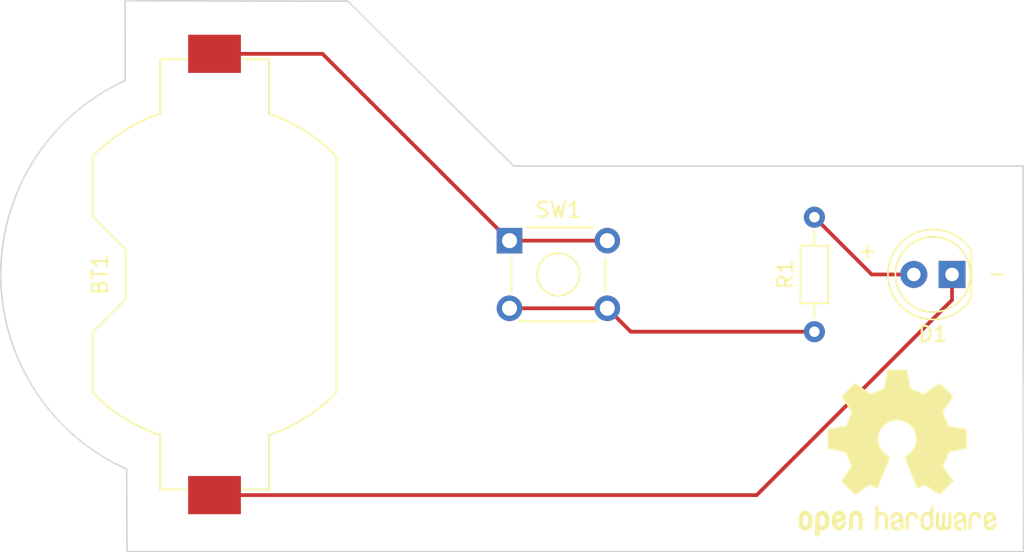
<source format=kicad_pcb>
(kicad_pcb (version 20211014) (generator pcbnew)
  (layers (0 "F.Cu" signal) (31 "B.Cu" signal) (34 "B.Paste" user) (35 "F.Paste" user) (36 "B.SilkS" user "B.Silkscreen") (37 "F.SilkS" user "F.Silkscreen") (38 "B.Mask" user) (39 "F.Mask" user) (44 "Edge.Cuts" user))
  (net 0 "")
  (net 1 "/bat+")
  (net 2 "/LED_cathode")
  (net 3 "/anode")
  (net 4 "Net-(R1-Pad1)")
  (footprint "Button_Switch_THT:SW_TH_Tactile_Omron_B3F-10xx" (layer "F.Cu") (at 143.562 96.048)
    (fp_text reference "SW1" (at 3.25 -2.05) (layer "F.SilkS"))
    (fp_text value "SW_DPST_x2")
    (fp_line (start 1.2 -0.87) (end 5.6 -0.87) (layer "F.SilkS") (width 0.12))
    (fp_line (start 0.6 5.37) (end 5.8 5.37) (layer "F.SilkS") (width 0.12))
    (fp_line (start 6.37 1.2) (end 6.37 3.4) (layer "F.SilkS") (width 0.12))
    (fp_line (start 0.13 3.4) (end 0.13 1.2) (layer "F.SilkS") (width 0.12))
    (fp_circle (center 3.25 2.25) (end 4.25 3.25) (layer "F.SilkS") (width 0.12) (fill none))
    (pad "1" thru_hole rect (at 0 0) (size 1.7 1.7) (drill 1) (layers *.Cu *.Mask) (net 1 "/bat+"))
    (pad "1" thru_hole circle (at 6.5 0) (size 1.7 1.7) (drill 1) (layers *.Cu *.Mask) (net 1 "/bat+"))
    (pad "2" thru_hole circle (at 6.5 4.5) (size 1.7 1.7) (drill 1) (layers *.Cu *.Mask) (net 4 "Net-(R1-Pad1)"))
    (pad "2" thru_hole circle (at 0 4.5) (size 1.7 1.7) (drill 1) (layers *.Cu *.Mask) (net 4 "Net-(R1-Pad1)"))
  )
  (footprint "Symbol:OSHW-Logo2_14.6x12mm_SilkScreen" (layer "F.Cu") (at 169.3418 110.1852)
    (fp_text reference "REF**" hide)
    (fp_text value "OSHW-Logo2_14.6x12mm_SilkScreen" hide)
    (fp_poly (pts (xy -2.582571 3.877719) (xy -2.488877 3.931914) (xy -2.423736 3.985707) (xy -2.376093 4.042066) (xy -2.343272 4.110987) (xy -2.322594 4.202468) (xy -2.31138 4.326506) (xy -2.306951 4.493098) (xy -2.306437 4.612851) (xy -2.306437 5.053659) (xy -2.430517 5.109283) (xy -2.554598 5.164907) (xy -2.569195 4.682095) (xy -2.575227 4.501779) (xy -2.581555 4.370901) (xy -2.589394 4.280511) (xy -2.599963 4.221664) (xy -2.614477 4.185413) (xy -2.634152 4.16281) (xy -2.640465 4.157917) (xy -2.736112 4.119706) (xy -2.832793 4.134827) (xy -2.890345 4.174943) (xy -2.913755 4.20337) (xy -2.929961 4.240672) (xy -2.940259 4.297223) (xy -2.945951 4.383394) (xy -2.948336 4.509558) (xy -2.948736 4.641042) (xy -2.948814 4.805999) (xy -2.951639 4.922761) (xy -2.961093 5.00151) (xy -2.98106 5.052431) (xy -3.015424 5.085706) (xy -3.068068 5.11152) (xy -3.138383 5.138344) (xy -3.21518 5.167542) (xy -3.206038 4.649346) (xy -3.202357 4.462539) (xy -3.19805 4.32449) (xy -3.191877 4.225568) (xy -3.182598 4.156145) (xy -3.168973 4.10659) (xy -3.149761 4.067273) (xy -3.126598 4.032584) (xy -3.014848 3.92177) (xy -2.878487 3.857689) (xy -2.730175 3.842339) (xy -2.582571 3.877719)) (layer "F.SilkS") (width 0.01) (fill solid))
    (fp_poly (pts (xy -5.951779 3.866015) (xy -5.814939 3.937968) (xy -5.713949 4.053766) (xy -5.678075 4.128213) (xy -5.650161 4.239992) (xy -5.635871 4.381227) (xy -5.634516 4.535371) (xy -5.645405 4.685879) (xy -5.667847 4.816205) (xy -5.70115 4.909803) (xy -5.711385 4.925922) (xy -5.832618 5.046249) (xy -5.976613 5.118317) (xy -6.132861 5.139408) (xy -6.290852 5.106802) (xy -6.33482 5.087253) (xy -6.420444 5.027012) (xy -6.495592 4.947135) (xy -6.502694 4.937004) (xy -6.531561 4.888181) (xy -6.550643 4.83599) (xy -6.561916 4.767285) (xy -6.567355 4.668918) (xy -6.568938 4.527744) (xy -6.568965 4.496092) (xy -6.568893 4.486019) (xy -6.277011 4.486019) (xy -6.275313 4.619256) (xy -6.268628 4.707674) (xy -6.254575 4.764785) (xy -6.230771 4.804102) (xy -6.218621 4.817241) (xy -6.148764 4.867172) (xy -6.080941 4.864895) (xy -6.012365 4.821584) (xy -5.971465 4.775346) (xy -5.947242 4.707857) (xy -5.933639 4.601433) (xy -5.932706 4.58902) (xy -5.930384 4.396147) (xy -5.95465 4.2529) (xy -6.005176 4.16016) (xy -6.081632 4.118807) (xy -6.108924 4.116552) (xy -6.180589 4.127893) (xy -6.22961 4.167184) (xy -6.259582 4.242326) (xy -6.274101 4.361222) (xy -6.277011 4.486019) (xy -6.568893 4.486019) (xy -6.567878 4.345659) (xy -6.563312 4.240549) (xy -6.553312 4.167714) (xy -6.535921 4.114108) (xy -6.509184 4.066681) (xy -6.503276 4.057864) (xy -6.403968 3.939007) (xy -6.295758 3.870008) (xy -6.164019 3.842619) (xy -6.119283 3.841281) (xy -5.951779 3.866015)) (layer "F.SilkS") (width 0.01) (fill solid))
    (fp_poly (pts (xy 2.393914 4.154455) (xy 2.393543 4.372661) (xy 2.392108 4.540519) (xy 2.389002 4.66607) (xy 2.383622 4.757355) (xy 2.375362 4.822415) (xy 2.363616 4.869291) (xy 2.347781 4.906024) (xy 2.33579 4.926991) (xy 2.23649 5.040694) (xy 2.110588 5.111965) (xy 1.971291 5.137538) (xy 1.831805 5.11415) (xy 1.748743 5.072119) (xy 1.661545 4.999411) (xy 1.602117 4.910612) (xy 1.566261 4.79432) (xy 1.549781 4.639135) (xy 1.547447 4.525287) (xy 1.547761 4.517106) (xy 1.751724 4.517106) (xy 1.75297 4.647657) (xy 1.758678 4.73408) (xy 1.771804 4.790618) (xy 1.795306 4.831514) (xy 1.823386 4.862362) (xy 1.917688 4.921905) (xy 2.01894 4.926992) (xy 2.114636 4.877279) (xy 2.122084 4.870543) (xy 2.153874 4.835502) (xy 2.173808 4.793811) (xy 2.1846 4.731762) (xy 2.188965 4.635644) (xy 2.189655 4.529379) (xy 2.188159 4.39588) (xy 2.181964 4.306822) (xy 2.168514 4.248293) (xy 2.145251 4.206382) (xy 2.126175 4.184123) (xy 2.037563 4.127985) (xy 1.935508 4.121235) (xy 1.838095 4.164114) (xy 1.819296 4.180032) (xy 1.787293 4.215382) (xy 1.767318 4.257502) (xy 1.756593 4.320251) (xy 1.752339 4.417487) (xy 1.751724 4.517106) (xy 1.547761 4.517106) (xy 1.554504 4.341947) (xy 1.578472 4.204195) (xy 1.623548 4.100632) (xy 1.693928 4.019856) (xy 1.748743 3.978455) (xy 1.848376 3.933728) (xy 1.963855 3.912967) (xy 2.071199 3.918525) (xy 2.131264 3.940943) (xy 2.154835 3.947323) (xy 2.170477 3.923535) (xy 2.181395 3.859788) (xy 2.189655 3.762687) (xy 2.198699 3.654541) (xy 2.211261 3.589475) (xy 2.234119 3.552268) (xy 2.274051 3.527699) (xy 2.299138 3.516819) (xy 2.394023 3.477072) (xy 2.393914 4.154455)) (layer "F.SilkS") (width 0.01) (fill solid))
    (fp_poly (pts (xy 6.343439 3.95654) (xy 6.45895 4.032034) (xy 6.514664 4.099617) (xy 6.558804 4.222255) (xy 6.562309 4.319298) (xy 6.554368 4.449056) (xy 6.255115 4.580039) (xy 6.109611 4.646958) (xy 6.014537 4.70079) (xy 5.965101 4.747416) (xy 5.956511 4.79272) (xy 5.983972 4.842582) (xy 6.014253 4.875632) (xy 6.102363 4.928633) (xy 6.198196 4.932347) (xy 6.286212 4.891041) (xy 6.350869 4.808983) (xy 6.362433 4.780008) (xy 6.417825 4.689509) (xy 6.481553 4.65094) (xy 6.568966 4.617946) (xy 6.568966 4.743034) (xy 6.561238 4.828156) (xy 6.530966 4.899938) (xy 6.467518 4.982356) (xy 6.458088 4.993066) (xy 6.387513 5.066391) (xy 6.326847 5.105742) (xy 6.25095 5.123845) (xy 6.18803 5.129774) (xy 6.075487 5.131251) (xy 5.99537 5.112535) (xy 5.94539 5.084747) (xy 5.866838 5.023641) (xy 5.812463 4.957554) (xy 5.778052 4.874441) (xy 5.759388 4.762254) (xy 5.752256 4.608946) (xy 5.751687 4.531136) (xy 5.753622 4.437853) (xy 5.929899 4.437853) (xy 5.931944 4.487896) (xy 5.937039 4.496092) (xy 5.970666 4.484958) (xy 6.04303 4.455493) (xy 6.139747 4.413601) (xy 6.159973 4.404597) (xy 6.282203 4.342442) (xy 6.349547 4.287815) (xy 6.364348 4.236649) (xy 6.328947 4.184876) (xy 6.299711 4.162) (xy 6.194216 4.11625) (xy 6.095476 4.123808) (xy 6.012812 4.179651) (xy 5.955548 4.278753) (xy 5.937188 4.357414) (xy 5.929899 4.437853) (xy 5.753622 4.437853) (xy 5.755459 4.349351) (xy 5.769359 4.214853) (xy 5.796894 4.116916) (xy 5.841572 4.044811) (xy 5.906901 3.987813) (xy 5.935383 3.969393) (xy 6.064763 3.921422) (xy 6.206412 3.918403) (xy 6.343439 3.95654)) (layer "F.SilkS") (width 0.01) (fill solid))
    (fp_poly (pts (xy 4.314406 3.935156) (xy 4.398469 3.973393) (xy 4.46445 4.019726) (xy 4.512794 4.071532) (xy 4.546172 4.138363) (xy 4.567253 4.229769) (xy 4.578707 4.355301) (xy 4.583203 4.524508) (xy 4.583678 4.635933) (xy 4.583678 5.070627) (xy 4.509316 5.104509) (xy 4.450746 5.129272) (xy 4.42173 5.138391) (xy 4.416179 5.111257) (xy 4.411775 5.038094) (xy 4.409078 4.931263) (xy 4.408506 4.846437) (xy 4.406046 4.723887) (xy 4.399412 4.626668) (xy 4.389726 4.567134) (xy 4.382032 4.554483) (xy 4.330311 4.567402) (xy 4.249117 4.600539) (xy 4.155102 4.645461) (xy 4.064917 4.693735) (xy 3.995215 4.736928) (xy 3.962648 4.766608) (xy 3.962519 4.766929) (xy 3.96532 4.821857) (xy 3.990439 4.874292) (xy 4.034541 4.916881) (xy 4.098909 4.931126) (xy 4.153921 4.929466) (xy 4.231835 4.928245) (xy 4.272732 4.946498) (xy 4.297295 4.994726) (xy 4.300392 5.00382) (xy 4.31104 5.072598) (xy 4.282565 5.11436) (xy 4.208344 5.134263) (xy 4.128168 5.137944) (xy 3.98389 5.110658) (xy 3.909203 5.07169) (xy 3.816963 4.980148) (xy 3.768043 4.867782) (xy 3.763654 4.749051) (xy 3.805001 4.638411) (xy 3.867197 4.56908) (xy 3.929294 4.530265) (xy 4.026895 4.481125) (xy 4.140632 4.431292) (xy 4.15959 4.423677) (xy 4.284521 4.368545) (xy 4.356539 4.319954) (xy 4.3797 4.271647) (xy 4.358064 4.21737) (xy 4.32092 4.174943) (xy 4.233127 4.122702) (xy 4.13653 4.118784) (xy 4.047944 4.159041) (xy 3.984186 4.239326) (xy 3.975817 4.26004) (xy 3.927096 4.336225) (xy 3.855965 4.392785) (xy 3.766207 4.439201) (xy 3.766207 4.307584) (xy 3.77149 4.227168) (xy 3.794142 4.163786) (xy 3.844367 4.096163) (xy 3.892582 4.044076) (xy 3.967554 3.970322) (xy 4.025806 3.930702) (xy 4.088372 3.91481) (xy 4.159193 3.912184) (xy 4.314406 3.935156)) (layer "F.SilkS") (width 0.01) (fill solid))
    (fp_poly (pts (xy 0.079944 3.92436) (xy 0.194343 3.966842) (xy 0.195652 3.967658) (xy 0.266403 4.01973) (xy 0.318636 4.080584) (xy 0.355371 4.159887) (xy 0.379634 4.267309) (xy 0.394445 4.412517) (xy 0.402829 4.605179) (xy 0.403564 4.632628) (xy 0.41412 5.046521) (xy 0.325291 5.092456) (xy 0.261018 5.123498) (xy 0.22221 5.138206) (xy 0.220415 5.138391) (xy 0.2137 5.11125) (xy 0.208365 5.038041) (xy 0.205083 4.931081) (xy 0.204368 4.844469) (xy 0.204351 4.704162) (xy 0.197937 4.616051) (xy 0.17558 4.574025) (xy 0.127732 4.571975) (xy 0.044849 4.60379) (xy -0.080287 4.662272) (xy -0.172303 4.710845) (xy -0.219629 4.752986) (xy -0.233542 4.798916) (xy -0.233563 4.801189) (xy -0.210605 4.880311) (xy -0.14263 4.923055) (xy -0.038602 4.929246) (xy 0.03633 4.928172) (xy 0.075839 4.949753) (xy 0.100478 5.001591) (xy 0.114659 5.067632) (xy 0.094223 5.105104) (xy 0.086528 5.110467) (xy 0.014083 5.132006) (xy -0.087367 5.135055) (xy -0.191843 5.120778) (xy -0.265875 5.094688) (xy -0.368228 5.007785) (xy -0.426409 4.886816) (xy -0.437931 4.792308) (xy -0.429138 4.707062) (xy -0.39732 4.637476) (xy -0.334316 4.575672) (xy -0.231969 4.513772) (xy -0.082118 4.443897) (xy -0.072988 4.439948) (xy 0.061997 4.377588) (xy 0.145294 4.326446) (xy 0.180997 4.280488) (xy 0.173203 4.233683) (xy 0.126007 4.179998) (xy 0.111894 4.167644) (xy 0.017359 4.119741) (xy -0.080594 4.121758) (xy -0.165903 4.168724) (xy -0.222504 4.255669) (xy -0.227763 4.272734) (xy -0.278977 4.355504) (xy -0.343963 4.395372) (xy -0.437931 4.434882) (xy -0.437931 4.332658) (xy -0.409347 4.184072) (xy -0.324505 4.047784) (xy -0.280355 4.002191) (xy -0.179995 3.943674) (xy -0.052365 3.917184) (xy 0.079944 3.92436)) (layer "F.SilkS") (width 0.01) (fill solid))
    (fp_poly (pts (xy 5.33569 3.940018) (xy 5.370585 3.955269) (xy 5.453877 4.021235) (xy 5.525103 4.116618) (xy 5.569153 4.218406) (xy 5.576322 4.268587) (xy 5.552285 4.338647) (xy 5.499561 4.375717) (xy 5.443031 4.398164) (xy 5.417146 4.4023) (xy 5.404542 4.372283) (xy 5.379654 4.306961) (xy 5.368735 4.277445) (xy 5.307508 4.175348) (xy 5.218861 4.124423) (xy 5.105193 4.125989) (xy 5.096774 4.127994) (xy 5.036088 4.156767) (xy 4.991474 4.212859) (xy 4.961002 4.303163) (xy 4.942744 4.434571) (xy 4.934771 4.613974) (xy 4.934023 4.709433) (xy 4.933652 4.859913) (xy 4.931223 4.962495) (xy 4.92476 5.027672) (xy 4.912288 5.065938) (xy 4.891833 5.087785) (xy 4.861419 5.103707) (xy 4.859661 5.104509) (xy 4.801091 5.129272) (xy 4.772075 5.138391) (xy 4.767616 5.110822) (xy 4.763799 5.03462) (xy 4.760899 4.919541) (xy 4.759191 4.775341) (xy 4.758851 4.669814) (xy 4.760588 4.465613) (xy 4.767382 4.310697) (xy 4.781607 4.196024) (xy 4.805638 4.112551) (xy 4.841848 4.051236) (xy 4.892612 4.003034) (xy 4.942739 3.969393) (xy 5.063275 3.924619) (xy 5.203557 3.914521) (xy 5.33569 3.940018)) (layer "F.SilkS") (width 0.01) (fill solid))
    (fp_poly (pts (xy 3.580124 3.93984) (xy 3.584579 4.016653) (xy 3.588071 4.133391) (xy 3.590315 4.280821) (xy 3.591035 4.435455) (xy 3.591035 4.958727) (xy 3.498645 5.051117) (xy 3.434978 5.108047) (xy 3.379089 5.131107) (xy 3.302702 5.129647) (xy 3.27238 5.125934) (xy 3.17761 5.115126) (xy 3.099222 5.108933) (xy 3.080115 5.108361) (xy 3.015699 5.112102) (xy 2.923571 5.121494) (xy 2.88785 5.125934) (xy 2.800114 5.132801) (xy 2.741153 5.117885) (xy 2.68269 5.071835) (xy 2.661585 5.051117) (xy 2.569195 4.958727) (xy 2.569195 3.979947) (xy 2.643558 3.946066) (xy 2.70759 3.92097) (xy 2.745052 3.912184) (xy 2.754657 3.93995) (xy 2.763635 4.01753) (xy 2.771386 4.136348) (xy 2.777314 4.287828) (xy 2.780173 4.415805) (xy 2.788161 4.919425) (xy 2.857848 4.929278) (xy 2.921229 4.922389) (xy 2.952286 4.900083) (xy 2.960967 4.858379) (xy 2.968378 4.769544) (xy 2.973931 4.644834) (xy 2.977036 4.495507) (xy 2.977484 4.418661) (xy 2.977931 3.976287) (xy 3.069874 3.944235) (xy 3.134949 3.922443) (xy 3.170347 3.912281) (xy 3.171368 3.912184) (xy 3.17492 3.939809) (xy 3.178823 4.016411) (xy 3.182751 4.132579) (xy 3.186376 4.278904) (xy 3.188908 4.415805) (xy 3.196897 4.919425) (xy 3.372069 4.919425) (xy 3.380107 4.459965) (xy 3.388146 4.000505) (xy 3.473543 3.956344) (xy 3.536593 3.926019) (xy 3.57391 3.912258) (xy 3.574987 3.912184) (xy 3.580124 3.93984)) (layer "F.SilkS") (width 0.01) (fill solid))
    (fp_poly (pts (xy -3.684448 3.884676) (xy -3.569342 3.962111) (xy -3.480389 4.073949) (xy -3.427251 4.216265) (xy -3.416503 4.321015) (xy -3.417724 4.364726) (xy -3.427944 4.398194) (xy -3.456039 4.428179) (xy -3.510884 4.46144) (xy -3.601355 4.504738) (xy -3.736328 4.564833) (xy -3.737011 4.565134) (xy -3.861249 4.622037) (xy -3.963127 4.672565) (xy -4.032233 4.71128) (xy -4.058154 4.73274) (xy -4.058161 4.732913) (xy -4.035315 4.779644) (xy -3.981891 4.831154) (xy -3.920558 4.868261) (xy -3.889485 4.875632) (xy -3.804711 4.850138) (xy -3.731707 4.786291) (xy -3.696087 4.716094) (xy -3.66182 4.664343) (xy -3.594697 4.605409) (xy -3.515792 4.554496) (xy -3.446179 4.526809) (xy -3.431623 4.525287) (xy -3.415237 4.550321) (xy -3.41425 4.614311) (xy -3.426292 4.700593) (xy -3.448993 4.792501) (xy -3.479986 4.873369) (xy -3.481552 4.876509) (xy -3.574819 5.006734) (xy -3.695696 5.095311) (xy -3.832973 5.138786) (xy -3.97544 5.133706) (xy -4.111888 5.076616) (xy -4.117955 5.072602) (xy -4.22529 4.975326) (xy -4.295868 4.848409) (xy -4.334926 4.681526) (xy -4.340168 4.634639) (xy -4.349452 4.413329) (xy -4.338322 4.310124) (xy -4.058161 4.310124) (xy -4.054521 4.374503) (xy -4.034611 4.393291) (xy -3.984974 4.379235) (xy -3.906733 4.346009) (xy -3.819274 4.304359) (xy -3.817101 4.303256) (xy -3.74297 4.264265) (xy -3.713219 4.238244) (xy -3.720555 4.210965) (xy -3.751447 4.175121) (xy -3.83004 4.123251) (xy -3.914677 4.119439) (xy -3.990597 4.157189) (xy -4.043035 4.230001) (xy -4.058161 4.310124) (xy -4.338322 4.310124) (xy -4.330356 4.236261) (xy -4.281366 4.095829) (xy -4.213164 3.997447) (xy -4.090065 3.89803) (xy -3.954472 3.848711) (xy -3.816045 3.845568) (xy -3.684448 3.884676)) (layer "F.SilkS") (width 0.01) (fill solid))
    (fp_poly (pts (xy -1.255402 3.723857) (xy -1.246846 3.843188) (xy -1.237019 3.913506) (xy -1.223401 3.944179) (xy -1.203473 3.944571) (xy -1.197011 3.94091) (xy -1.11106 3.914398) (xy -0.999255 3.915946) (xy -0.885586 3.943199) (xy -0.81449 3.978455) (xy -0.741595 4.034778) (xy -0.688307 4.098519) (xy -0.651725 4.17951) (xy -0.62895 4.287586) (xy -0.617081 4.43258) (xy -0.613218 4.624326) (xy -0.613149 4.661109) (xy -0.613103 5.074288) (xy -0.705046 5.106339) (xy -0.770348 5.128144) (xy -0.806176 5.138297) (xy -0.80723 5.138391) (xy -0.810758 5.11086) (xy -0.813761 5.034923) (xy -0.81601 4.920565) (xy -0.817276 4.777769) (xy -0.817471 4.690951) (xy -0.817877 4.519773) (xy -0.819968 4.397088) (xy -0.825053 4.313) (xy -0.83444 4.257614) (xy -0.849439 4.221032) (xy -0.871358 4.193359) (xy -0.885043 4.180032) (xy -0.979051 4.126328) (xy -1.081636 4.122307) (xy -1.17471 4.167725) (xy -1.191922 4.184123) (xy -1.217168 4.214957) (xy -1.23468 4.251531) (xy -1.245858 4.304415) (xy -1.252104 4.384177) (xy -1.254818 4.501385) (xy -1.255402 4.662991) (xy -1.255402 5.074288) (xy -1.347345 5.106339) (xy -1.412647 5.128144) (xy -1.448475 5.138297) (xy -1.449529 5.138391) (xy -1.452225 5.110448) (xy -1.454655 5.03163) (xy -1.456722 4.909453) (xy -1.458329 4.751432) (xy -1.459377 4.565083) (xy -1.459769 4.35792) (xy -1.45977 4.348706) (xy -1.45977 3.55902) (xy -1.364885 3.518997) (xy -1.27 3.478973) (xy -1.255402 3.723857)) (layer "F.SilkS") (width 0.01) (fill solid))
    (fp_poly (pts (xy 1.065943 3.92192) (xy 1.198565 3.970859) (xy 1.30601 4.057419) (xy 1.348032 4.118352) (xy 1.393843 4.230161) (xy 1.392891 4.311006) (xy 1.344808 4.365378) (xy 1.327017 4.374624) (xy 1.250204 4.40345) (xy 1.210976 4.396065) (xy 1.197689 4.347658) (xy 1.197012 4.32092) (xy 1.172686 4.222548) (xy 1.109281 4.153734) (xy 1.021154 4.120498) (xy 0.922663 4.128861) (xy 0.842602 4.172296) (xy 0.815561 4.197072) (xy 0.796394 4.227129) (xy 0.783446 4.272565) (xy 0.775064 4.343476) (xy 0.769593 4.44996) (xy 0.765378 4.602112) (xy 0.764287 4.650287) (xy 0.760307 4.815095) (xy 0.755781 4.931088) (xy 0.748995 5.007833) (xy 0.738231 5.054893) (xy 0.721773 5.081835) (xy 0.697906 5.098223) (xy 0.682626 5.105463) (xy 0.617733 5.13022) (xy 0.579534 5.138391) (xy 0.566912 5.111103) (xy 0.559208 5.028603) (xy 0.55638 4.889941) (xy 0.558386 4.694162) (xy 0.559011 4.663965) (xy 0.563421 4.485349) (xy 0.568635 4.354923) (xy 0.576055 4.262492) (xy 0.587082 4.197858) (xy 0.603117 4.150825) (xy 0.625561 4.111196) (xy 0.637302 4.094215) (xy 0.704619 4.01908) (xy 0.77991 3.960638) (xy 0.789128 3.955536) (xy 0.924133 3.91526) (xy 1.065943 3.92192)) (layer "F.SilkS") (width 0.01) (fill solid))
    (fp_poly (pts (xy 0.209014 -5.547002) (xy 0.367006 -5.546137) (xy 0.481347 -5.543795) (xy 0.559407 -5.539238) (xy 0.608554 -5.53173) (xy 0.636159 -5.520534) (xy 0.649592 -5.504912) (xy 0.656221 -5.484127) (xy 0.656865 -5.481437) (xy 0.666935 -5.432887) (xy 0.685575 -5.337095) (xy 0.710845 -5.204257) (xy 0.740807 -5.044569) (xy 0.773522 -4.868226) (xy 0.774664 -4.862033) (xy 0.807433 -4.689218) (xy 0.838093 -4.536531) (xy 0.864664 -4.413129) (xy 0.885167 -4.328169) (xy 0.897626 -4.29081) (xy 0.89822 -4.290148) (xy 0.934919 -4.271905) (xy 1.010586 -4.241503) (xy 1.108878 -4.205507) (xy 1.109425 -4.205315) (xy 1.233233 -4.158778) (xy 1.379196 -4.099496) (xy 1.516781 -4.039891) (xy 1.523293 -4.036944) (xy 1.74739 -3.935235) (xy 2.243619 -4.274103) (xy 2.395846 -4.377408) (xy 2.533741 -4.469763) (xy 2.649315 -4.545916) (xy 2.734579 -4.600615) (xy 2.781544 -4.628607) (xy 2.786004 -4.630683) (xy 2.820134 -4.62144) (xy 2.883881 -4.576844) (xy 2.979731 -4.494791) (xy 3.110169 -4.373179) (xy 3.243328 -4.243795) (xy 3.371694 -4.116298) (xy 3.486581 -3.999954) (xy 3.581073 -3.901948) (xy 3.648253 -3.829464) (xy 3.681206 -3.789687) (xy 3.682432 -3.787639) (xy 3.686074 -3.760344) (xy 3.67235 -3.715766) (xy 3.637869 -3.647888) (xy 3.579239 -3.550689) (xy 3.49307 -3.418149) (xy 3.3782 -3.247524) (xy 3.276254 -3.097345) (xy 3.185123 -2.96265) (xy 3.110073 -2.85126) (xy 3.056369 -2.770995) (xy 3.02928 -2.729675) (xy 3.027574 -2.72687) (xy 3.030882 -2.687279) (xy 3.055953 -2.610331) (xy 3.097798 -2.510568) (xy 3.112712 -2.478709) (xy 3.177786 -2.336774) (xy 3.247212 -2.175727) (xy 3.303609 -2.036379) (xy 3.344247 -1.932956) (xy 3.376526 -1.854358) (xy 3.395178 -1.81328) (xy 3.397497 -1.810115) (xy 3.431803 -1.804872) (xy 3.512669 -1.790506) (xy 3.629343 -1.769063) (xy 3.771075 -1.742587) (xy 3.92711 -1.713123) (xy 4.086698 -1.682717) (xy 4.239085 -1.653412) (xy 4.373521 -1.627255) (xy 4.479252 -1.60629) (xy 4.545526 -1.592561) (xy 4.561782 -1.58868) (xy 4.578573 -1.5791) (xy 4.591249 -1.557464) (xy 4.600378 -1.516469) (xy 4.606531 -1.448811) (xy 4.61028 -1.347188) (xy 4.612192 -1.204297) (xy 4.61284 -1.012835) (xy 4.612874 -0.934355) (xy 4.612874 -0.296094) (xy 4.459598 -0.26584) (xy 4.374322 -0.249436) (xy 4.24707 -0.225491) (xy 4.093315 -0.196893) (xy 3.928534 -0.166533) (xy 3.882989 -0.158194) (xy 3.730932 -0.12863) (xy 3.598468 -0.099558) (xy 3.496714 -0.073671) (xy 3.436788 -0.053663) (xy 3.426805 -0.047699) (xy 3.402293 -0.005466) (xy 3.367148 0.07637) (xy 3.328173 0.181683) (xy 3.320442 0.204368) (xy 3.26936 0.345018) (xy 3.205954 0.503714) (xy 3.143904 0.646225) (xy 3.143598 0.646886) (xy 3.040267 0.87044) (xy 3.719961 1.870232) (xy 3.283621 2.3073) (xy 3.151649 2.437381) (xy 3.031279 2.552048) (xy 2.929273 2.645181) (xy 2.852391 2.710658) (xy 2.807393 2.742357) (xy 2.800938 2.744368) (xy 2.76304 2.728529) (xy 2.685708 2.684496) (xy 2.577389 2.61749) (xy 2.446532 2.532734) (xy 2.305052 2.437816) (xy 2.161461 2.340998) (xy 2.033435 2.256751) (xy 1.929105 2.190258) (xy 1.8566 2.146702) (xy 1.824158 2.131264) (xy 1.784576 2.144328) (xy 1.709519 2.17875) (xy 1.614468 2.22738) (xy 1.604392 2.232785) (xy 1.476391 2.29698) (xy 1.388618 2.328463) (xy 1.334028 2.328798) (xy 1.305575 2.299548) (xy 1.30541 2.299138) (xy 1.291188 2.264498) (xy 1.257269 2.182269) (xy 1.206284 2.058814) (xy 1.140862 1.900498) (xy 1.063634 1.713686) (xy 0.977229 1.504742) (xy 0.893551 1.302446) (xy 0.801588 1.0792) (xy 0.71715 0.872392) (xy 0.642769 0.688362) (xy 0.580974 0.533451) (xy 0.534297 0.413996) (xy 0.505268 0.336339) (xy 0.496322 0.307356) (xy 0.518756 0.27411) (xy 0.577439 0.221123) (xy 0.655689 0.162704) (xy 0.878534 -0.022048) (xy 1.052718 -0.233818) (xy 1.176154 -0.468144) (xy 1.246754 -0.720566) (xy 1.262431 -0.986623) (xy 1.251036 -1.109425) (xy 1.18895 -1.364207) (xy 1.082023 -1.589199) (xy 0.936889 -1.782183) (xy 0.760178 -1.940939) (xy 0.558522 -2.06325) (xy 0.338554 -2.146895) (xy 0.106906 -2.189656) (xy -0.129791 -2.189313) (xy -0.364905 -2.143648) (xy -0.591804 -2.050441) (xy -0.803856 -1.907473) (xy -0.892364 -1.826617) (xy -1.062111 -1.618993) (xy -1.180301 -1.392105) (xy -1.247722 -1.152567) (xy -1.26516 -0.906993) (xy -1.233402 -0.661997) (xy -1.153235 -0.424192) (xy -1.025445 -0.200193) (xy -0.85082 0.003387) (xy -0.655688 0.162704) (xy -0.574409 0.223602) (xy -0.516991 0.276015) (xy -0.496322 0.307406) (xy -0.507144 0.341639) (xy -0.537923 0.423419) (xy -0.586126 0.546407) (xy -0.649222 0.704263) (xy -0.724678 0.890649) (xy -0.809962 1.099226) (xy -0.893781 1.302496) (xy -0.986255 1.525933) (xy -1.071911 1.732984) (xy -1.148118 1.917286) (xy -1.212247 2.072475) (xy -1.261668 2.192188) (xy -1.293752 2.270061) (xy -1.305641 2.299138) (xy -1.333726 2.328677) (xy -1.388051 2.328591) (xy -1.475605 2.297326) (xy -1.603381 2.233329) (xy -1.604392 2.232785) (xy -1.700598 2.183121) (xy -1.778369 2.146945) (xy -1.822223 2.131408) (xy -1.824158 2.131264) (xy -1.857171 2.147024) (xy -1.930054 2.19085) (xy -2.034678 2.257557) (xy -2.16291 2.341964) (xy -2.305052 2.437816) (xy -2.449767 2.534867) (xy -2.580196 2.61927) (xy -2.68789 2.685801) (xy -2.764402 2.729238) (xy -2.800938 2.744368) (xy -2.834582 2.724482) (xy -2.902224 2.668903) (xy -2.997107 2.583754) (xy -3.11247 2.475153) (xy -3.241555 2.349221) (xy -3.283771 2.307149) (xy -3.720261 1.869931) (xy -3.388023 1.38234) (xy -3.287054 1.232605) (xy -3.198438 1.09822) (xy -3.127146 0.986969) (xy -3.07815 0.906639) (xy -3.056422 0.865014) (xy -3.055785 0.862053) (xy -3.06724 0.822818) (xy -3.098051 0.743895) (xy -3.142884 0.638509) (xy -3.174353 0.567954) (xy -3.233192 0.432876) (xy -3.288604 0.296409) (xy -3.331564 0.181103) (xy -3.343234 0.145977) (xy -3.376389 0.052174) (xy -3.408799 -0.020306) (xy -3.426601 -0.047699) (xy -3.465886 -0.064464) (xy -3.551626 -0.08823) (xy -3.672697 -0.116303) (xy -3.817973 -0.145991) (xy -3.882988 -0.158194) (xy -4.048087 -0.188532) (xy -4.206448 -0.217907) (xy -4.342596 -0.243431) (xy -4.441057 -0.262215) (xy -4.459598 -0.26584) (xy -4.612873 -0.296094) (xy -4.612873 -0.934355) (xy -4.612529 -1.14423) (xy -4.611116 -1.30302) (xy -4.608064 -1.418027) (xy -4.602803 -1.496554) (xy -4.594763 -1.545904) (xy -4.583373 -1.573381) (xy -4.568063 -1.586287) (xy -4.561782 -1.58868) (xy -4.523896 -1.597167) (xy -4.440195 -1.6141) (xy -4.321433 -1.637434) (xy -4.178361 -1.665125) (xy -4.021732 -1.695127) (xy -3.862297 -1.725396) (xy -3.710809 -1.753885) (xy -3.578019 -1.778551) (xy -3.474681 -1.797349) (xy -3.411545 -1.808233) (xy -3.397497 -1.810115) (xy -3.38477 -1.835296) (xy -3.3566 -1.902378) (xy -3.318252 -1.998667) (xy -3.303609 -2.036379) (xy -3.244548 -2.182079) (xy -3.175 -2.343049) (xy -3.112712 -2.478709) (xy -3.066879 -2.582439) (xy -3.036387 -2.667674) (xy -3.026208 -2.719874) (xy -3.027831 -2.72687) (xy -3.049343 -2.759898) (xy -3.098465 -2.833357) (xy -3.169923 -2.939423) (xy -3.258445 -3.070274) (xy -3.358759 -3.218088) (xy -3.378594 -3.247266) (xy -3.494988 -3.420137) (xy -3.580548 -3.551774) (xy -3.638684 -3.648239) (xy -3.672808 -3.715592) (xy -3.686331 -3.759894) (xy -3.682664 -3.787206) (xy -3.68257 -3.78738) (xy -3.653707 -3.823254) (xy -3.589867 -3.892609) (xy -3.497969 -3.988255) (xy -3.384933 -4.103001) (xy -3.257679 -4.229659) (xy -3.243328 -4.243795) (xy -3.082957 -4.399097) (xy -2.959195 -4.51313) (xy -2.869555 -4.587998) (xy -2.811552 -4.625804) (xy -2.786004 -4.630683) (xy -2.748718 -4.609397) (xy -2.671343 -4.560227) (xy -2.561867 -4.488425) (xy -2.42828 -4.399245) (xy -2.27857 -4.297937) (xy -2.243618 -4.274103) (xy -1.74739 -3.935235) (xy -1.523293 -4.036944) (xy -1.387011 -4.096217) (xy -1.240724 -4.15583) (xy -1.114965 -4.20336) (xy -1.109425 -4.205315) (xy -1.011057 -4.241323) (xy -0.935229 -4.271771) (xy -0.898282 -4.290095) (xy -0.89822 -4.290148) (xy -0.886496 -4.323271) (xy -0.866568 -4.404733) (xy -0.840413 -4.525375) (xy -0.81001 -4.676041) (xy -0.777337 -4.847572) (xy -0.774664 -4.862033) (xy -0.74189 -5.038765) (xy -0.711802 -5.19919) (xy -0.686339 -5.333112) (xy -0.667441 -5.430337) (xy -0.657047 -5.480668) (xy -0.656865 -5.481437) (xy -0.650539 -5.502847) (xy -0.638239 -5.519012) (xy -0.612594 -5.530669) (xy -0.566235 -5.538555) (xy -0.491792 -5.543407) (xy -0.381895 -5.545961) (xy -0.229175 -5.546955) (xy -0.026262 -5.547126) (xy 0 -5.547126) (xy 0.209014 -5.547002)) (layer "F.SilkS") (width 0.01) (fill solid))
    (fp_poly (pts (xy -4.8281 3.861903) (xy -4.71655 3.917522) (xy -4.618092 4.019931) (xy -4.590977 4.057864) (xy -4.561438 4.1075) (xy -4.542272 4.161412) (xy -4.531307 4.233364) (xy -4.526371 4.337122) (xy -4.525287 4.474101) (xy -4.530182 4.661815) (xy -4.547196 4.802758) (xy -4.579823 4.907908) (xy -4.631558 4.988243) (xy -4.705896 5.054741) (xy -4.711358 5.058678) (xy -4.78462 5.098953) (xy -4.87284 5.11888) (xy -4.985038 5.123793) (xy -5.167433 5.123793) (xy -5.167509 5.300857) (xy -5.169207 5.39947) (xy -5.17955 5.457314) (xy -5.206578 5.492006) (xy -5.258332 5.521164) (xy -5.270761 5.527121) (xy -5.328923 5.555039) (xy -5.373956 5.572672) (xy -5.407441 5.574194) (xy -5.430962 5.553781) (xy -5.4461 5.505607) (xy -5.454437 5.423846) (xy -5.457556 5.302672) (xy -5.45704 5.13626) (xy -5.454471 4.918785) (xy -5.453668 4.853736) (xy -5.450778 4.629502) (xy -5.448188 4.482821) (xy -5.167586 4.482821) (xy -5.166009 4.607326) (xy -5.159 4.688787) (xy -5.143142 4.742515) (xy -5.115019 4.783823) (xy -5.095925 4.803971) (xy -5.017865 4.862921) (xy -4.948753 4.86772) (xy -4.87744 4.819038) (xy -4.875632 4.817241) (xy -4.846617 4.779618) (xy -4.828967 4.728484) (xy -4.820064 4.649738) (xy -4.817291 4.529276) (xy -4.817241 4.502588) (xy -4.823942 4.336583) (xy -4.845752 4.221505) (xy -4.885235 4.151254) (xy -4.944956 4.119729) (xy -4.979472 4.116552) (xy -5.061389 4.13146) (xy -5.117579 4.180548) (xy -5.151402 4.270362) (xy -5.16622 4.407445) (xy -5.167586 4.482821) (xy -5.448188 4.482821) (xy -5.447713 4.455952) (xy -5.443753 4.325382) (xy -5.438174 4.230087) (xy -5.430254 4.162364) (xy -5.419269 4.114507) (xy -5.404499 4.078813) (xy -5.385218 4.047578) (xy -5.376951 4.035824) (xy -5.267288 3.924797) (xy -5.128635 3.861847) (xy -4.968246 3.844297) (xy -4.8281 3.861903)) (layer "F.SilkS") (width 0.01) (fill solid))
  )
  (footprint "Resistor_THT:R_Axial_DIN0204_L3.6mm_D1.6mm_P7.62mm_Horizontal" (layer "F.Cu") (at 163.83 102.108 90)
    (fp_text reference "R1" (at 3.81 -1.92 90) (layer "F.SilkS"))
    (fp_text value "R")
    (fp_line (start 5.73 -0.92) (end 1.89 -0.92) (layer "F.SilkS") (width 0.12))
    (fp_line (start 0.94 0) (end 1.89 0) (layer "F.SilkS") (width 0.12))
    (fp_line (start 5.73 0.92) (end 5.73 -0.92) (layer "F.SilkS") (width 0.12))
    (fp_line (start 1.89 0.92) (end 5.73 0.92) (layer "F.SilkS") (width 0.12))
    (fp_line (start 6.68 0) (end 5.73 0) (layer "F.SilkS") (width 0.12))
    (fp_line (start 1.89 -0.92) (end 1.89 0.92) (layer "F.SilkS") (width 0.12))
    (pad "1" thru_hole circle (at 0 0 90) (size 1.4 1.4) (drill 0.7) (layers *.Cu *.Mask) (net 4 "Net-(R1-Pad1)"))
    (pad "2" thru_hole oval (at 7.62 0 90) (size 1.4 1.4) (drill 0.7) (layers *.Cu *.Mask) (net 3 "/anode"))
  )
  (footprint "Battery:BatteryHolder_Keystone_1058_1x2032" (layer "F.Cu") (at 123.952 98.298 -90)
    (fp_text reference "BT1" (at 0 7.62 90) (layer "F.SilkS"))
    (fp_text value "Battery_Cell")
    (fp_line (start 7.8473 8.11) (end 3.86 8.11) (layer "F.SilkS") (width 0.12))
    (fp_line (start 14.31 3.61) (end 10.692 3.61) (layer "F.SilkS") (width 0.12))
    (fp_line (start -1.66 5.91) (end -3.86 8.11) (layer "F.SilkS") (width 0.12))
    (fp_line (start 10.692 -3.61) (end 14.31 -3.61) (layer "F.SilkS") (width 0.12))
    (fp_line (start 1.66 5.91) (end 3.86 8.11) (layer "F.SilkS") (width 0.12))
    (fp_line (start 14.31 1.9) (end 14.31 3.61) (layer "F.SilkS") (width 0.12))
    (fp_line (start -3.86 8.11) (end -7.8473 8.11) (layer "F.SilkS") (width 0.12))
    (fp_line (start 1.66 5.91) (end -1.66 5.91) (layer "F.SilkS") (width 0.12))
    (fp_line (start -7.8473 -8.11) (end 7.8473 -8.11) (layer "F.SilkS") (width 0.12))
    (fp_line (start -10.692 3.61) (end -14.31 3.61) (layer "F.SilkS") (width 0.12))
    (fp_line (start -14.31 1.9) (end -14.31 3.61) (layer "F.SilkS") (width 0.12))
    (fp_line (start -14.31 -1.9) (end -14.31 -3.61) (layer "F.SilkS") (width 0.12))
    (fp_line (start -14.31 -3.61) (end -10.692 -3.61) (layer "F.SilkS") (width 0.12))
    (fp_line (start 14.31 -1.9) (end 14.31 -3.61) (layer "F.SilkS") (width 0.12))
    (fp_arc (start -7.845371 8.111789) (mid -9.538085 6.031244) (end -10.692 3.61) (layer "F.SilkS") (width 0.12))
    (fp_arc (start 10.692 3.61) (mid 9.538084 6.031244) (end 7.845371 8.111789) (layer "F.SilkS") (width 0.12))
    (fp_arc (start 7.845371 -8.111789) (mid 9.538085 -6.031244) (end 10.692 -3.61) (layer "F.SilkS") (width 0.12))
    (fp_arc (start -10.692 -3.61) (mid -9.538084 -6.031244) (end -7.845371 -8.111789) (layer "F.SilkS") (width 0.12))
    (pad "1" smd rect (at -14.68 0 270) (size 2.54 3.51) (layers "F.Cu" "F.Paste" "F.Mask") (net 1 "/bat+"))
    (pad "2" smd rect (at 14.68 0 270) (size 2.54 3.51) (layers "F.Cu" "F.Paste" "F.Mask") (net 2 "/LED_cathode"))
  )
  (footprint "LED_THT:LED_D5.0mm" (layer "F.Cu") (at 172.979 98.298 180)
    (fp_text reference "D1" (at 1.27 -3.96) (layer "F.SilkS"))
    (fp_text value "LED")
    (fp_line (start -1.29 -1.545) (end -1.29 1.545) (layer "F.SilkS") (width 0.12))
    (fp_arc (start -1.29 -1.54483) (mid 2.072002 -2.880433) (end 4.26 0.000462) (layer "F.SilkS") (width 0.12))
    (fp_arc (start 4.26 -0.000462) (mid 2.072002 2.880433) (end -1.29 1.54483) (layer "F.SilkS") (width 0.12))
    (fp_circle (center 1.27 0) (end 3.77 0) (layer "F.SilkS") (width 0.12) (fill none))
    (pad "1" thru_hole rect (at 0 0 180) (size 1.8 1.8) (drill 0.9) (layers *.Cu *.Mask) (net 2 "/LED_cathode"))
    (pad "2" thru_hole circle (at 2.54 0 180) (size 1.8 1.8) (drill 0.9) (layers *.Cu *.Mask) (net 3 "/anode"))
  )
  (gr_line (start 143.8402 91.0844) (end 177.6984 91.0844) (layer "Edge.Cuts") (width 0.1))
  (gr_line (start 129.54 80.1116) (end 132.8166 80.1116) (layer "Edge.Cuts") (width 0.1))
  (gr_line (start 118.1354 116.7384) (end 118.11 111.252) (layer "Edge.Cuts") (width 0.1))
  (gr_line (start 177.6984 91.0844) (end 177.7238 116.7384) (layer "Edge.Cuts") (width 0.1))
  (gr_line (start 118.0134 85.388) (end 118.0084 80.0862) (layer "Edge.Cuts") (width 0.1))
  (gr_line (start 118.0084 80.0862) (end 129.54 80.1116) (layer "Edge.Cuts") (width 0.1))
  (gr_arc (start 118.11 111.252) (mid 109.741713 98.351074) (end 118.0134 85.388) (layer "Edge.Cuts") (width 0.1))
  (gr_line (start 132.8166 80.1116) (end 143.8402 91.0844) (layer "Edge.Cuts") (width 0.1))
  (gr_line (start 177.7238 116.7384) (end 118.1354 116.7384) (layer "Edge.Cuts") (width 0.1))
  (gr_text "+" (at 167.3606 96.6978) (layer "F.SilkS") (effects (font (size 1 1))))
  (gr_text "-" (at 175.9712 98.2218) (layer "F.SilkS") (effects (font (size 1 1))))
  (segment (start 143.562 96.048) (end 150.062 96.048) (width 0.25) (layer "F.Cu") (net 1))
  (segment (start 123.952 83.618) (end 131.132 83.618) (width 0.25) (layer "F.Cu") (net 1))
  (segment (start 131.132 83.618) (end 143.562 96.048) (width 0.25) (layer "F.Cu") (net 1))
  (segment (start 159.9958 112.978) (end 172.979 99.9948) (width 0.25) (layer "F.Cu") (net 2))
  (segment (start 172.979 99.9948) (end 172.979 98.298) (width 0.25) (layer "F.Cu") (net 2))
  (segment (start 123.952 112.978) (end 159.9958 112.978) (width 0.25) (layer "F.Cu") (net 2))
  (segment (start 170.439 98.298) (end 167.64 98.298) (width 0.25) (layer "F.Cu") (net 3))
  (segment (start 167.64 98.298) (end 163.83 94.488) (width 0.25) (layer "F.Cu") (net 3))
  (segment (start 150.062 100.548) (end 143.562 100.548) (width 0.25) (layer "F.Cu") (net 4))
  (segment (start 163.83 102.108) (end 151.622 102.108) (width 0.25) (layer "F.Cu") (net 4))
  (segment (start 151.622 102.108) (end 150.062 100.548) (width 0.25) (layer "F.Cu") (net 4))
)
</source>
